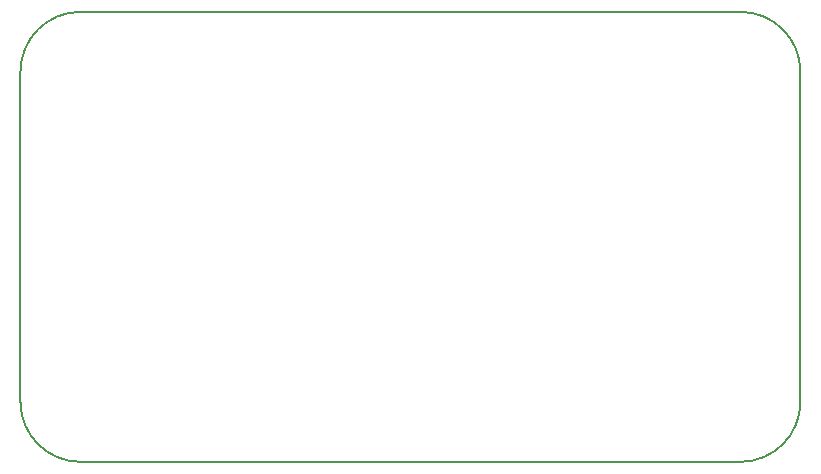
<source format=gko>
%TF.GenerationSoftware,KiCad,Pcbnew,(5.0.0)*%
%TF.CreationDate,2019-04-05T20:44:03+13:00*%
%TF.ProjectId,VideoTimingBoard,566964656F54696D696E67426F617264,rev?*%
%TF.SameCoordinates,Original*%
%TF.FileFunction,Profile,NP*%
%FSLAX46Y46*%
G04 Gerber Fmt 4.6, Leading zero omitted, Abs format (unit mm)*
G04 Created by KiCad (PCBNEW (5.0.0)) date 04/05/19 20:44:03*
%MOMM*%
%LPD*%
G01*
G04 APERTURE LIST*
%ADD10C,0.150000*%
G04 APERTURE END LIST*
D10*
X173990000Y-123190000D02*
X118110000Y-123190000D01*
X179070000Y-90170000D02*
X179070000Y-118110000D01*
X173990000Y-85090000D02*
X118110000Y-85090000D01*
X179070000Y-118110000D02*
G75*
G02X173990000Y-123190000I-5080000J0D01*
G01*
X173990000Y-85090000D02*
G75*
G02X179070000Y-90170000I0J-5080000D01*
G01*
X118110000Y-123190000D02*
G75*
G02X113030000Y-118110000I0J5080000D01*
G01*
X113030000Y-90170000D02*
G75*
G02X118110000Y-85090000I5080000J0D01*
G01*
X113030000Y-118110000D02*
X113030000Y-90170000D01*
M02*

</source>
